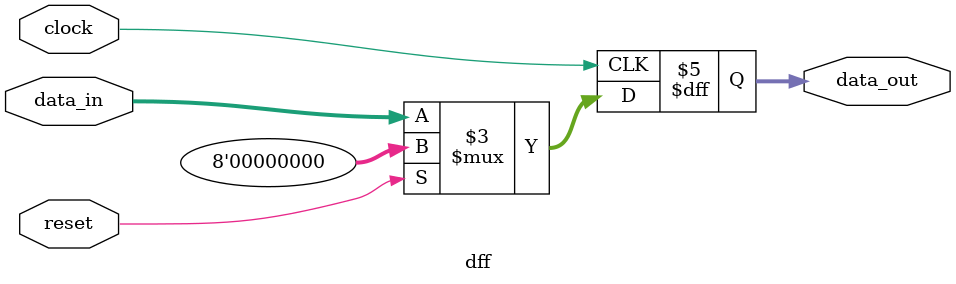
<source format=sv>
module synchronizor 
	#(
		parameter WIDTH=8,
		parameter DEPTH=4
		)
	(
	input clk, reset,
	input [WIDTH-1:0] data_in,

	output reg [WIDTH-1:0] data_out
	);
     
	wire [(DEPTH-1)*WIDTH-1:0] internal_wire;

	dff #(.WIDTH(WIDTH)) 
    dff_chain [DEPTH-1:0] (
		.clock(clk),
		.reset(reset),
		.data_in({internal_wire,data_in}),
		.data_out({data_out,internal_wire})
		);

endmodule


module dff #(parameter WIDTH=8)
	(
	input clock, reset,
	input [WIDTH-1:0] data_in,

	output reg [WIDTH-1:0] data_out
	);

	//synopsys sync_set_reset "reset"
	always @(posedge clock) begin
		if (reset) begin
			data_out 	<=	0;
		end
		else begin
			data_out 	<= 	data_in;
		end
	end

endmodule

</source>
